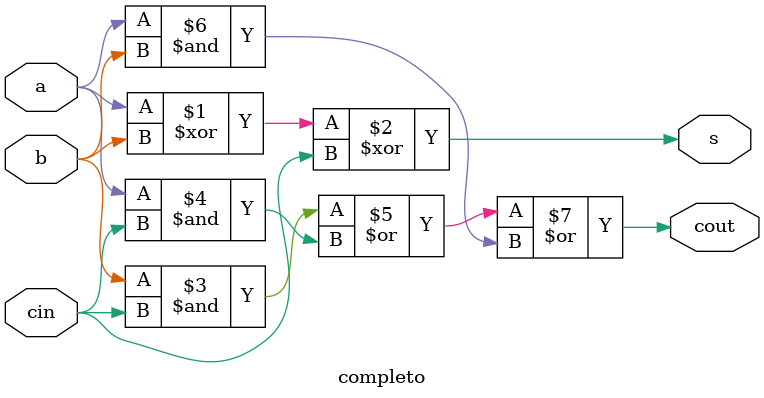
<source format=v>
module completo (a, b, cin, s, cout);
    input a, b, cin;
    output s, cout;

    assign s= a^b^cin;
    assign cout= b & cin | a & cin | a & b; 

endmodule
</source>
